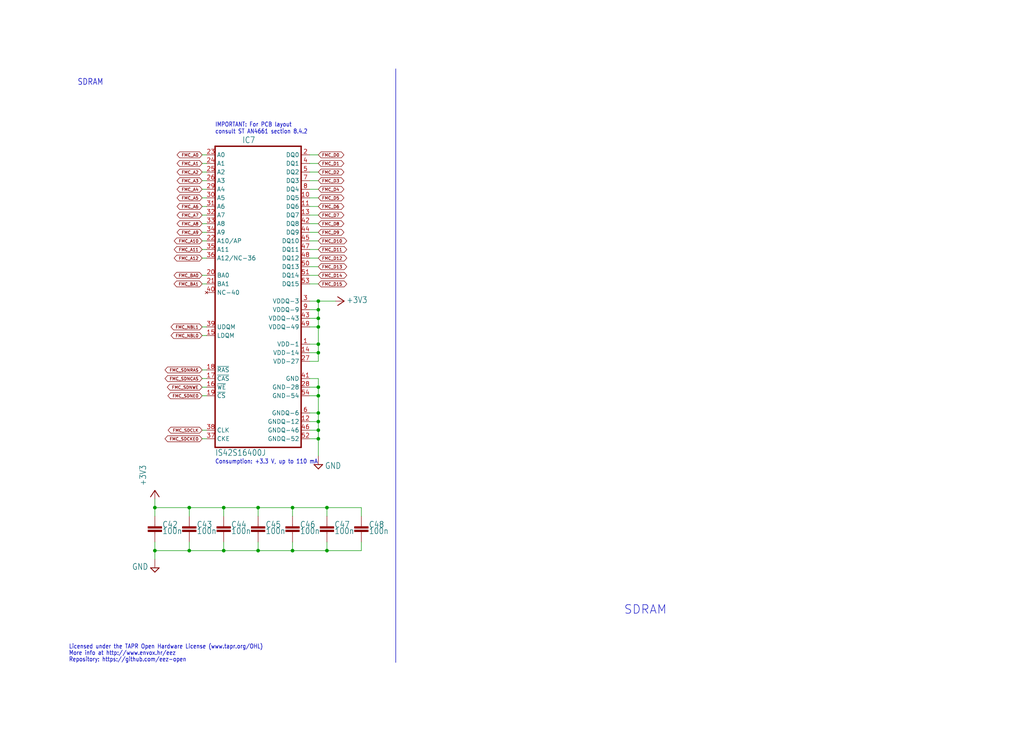
<source format=kicad_sch>
(kicad_sch (version 20230121) (generator eeschema)
  (paper "User" 302.311 218.491)
  (lib_symbols
    (symbol "EEZ_DIB_MCU_r3B4-eagle-import:+3V3" (power)
      (property "Value" "+3V3" (at -2.54 -5.08 90))
      (symbol "+3V3_1_0"
        (polyline (pts (xy 0 0) (xy -1.27 -1.905)) (stroke (width 0.254)))
        (polyline (pts (xy 1.27 -1.905) (xy 0 0)) (stroke (width 0.254)))
        (pin power_in line (at 0 -2.54 90) (length 2.54) (name "+3V3") (number "1"))
      )
    )
    (symbol "EEZ_DIB_MCU_r3B4-eagle-import:C-EUC0603"
      (property "Reference" "C" (at 1.524 0.381 0))
      (property "Value" "C-EUC0603" (at 1.524 -4.699 0))
      (symbol "C-EUC0603_1_0"
        (rectangle (start -2.032 -2.032) (end 2.032 -1.524) (fill (type outline)))
        (rectangle (start -2.032 -1.016) (end 2.032 -0.508) (fill (type outline)))
        (polyline (pts (xy 0 -2.54) (xy 0 -2.032)) (stroke (width 0.1524)))
        (polyline (pts (xy 0 0) (xy 0 -0.508)) (stroke (width 0.1524)))
        (pin passive line (at 0 2.54 270) (length 2.54) (name "1") (number "1"))
        (pin passive line (at 0 -5.08 90) (length 2.54) (name "2") (number "2"))
      )
    )
    (symbol "EEZ_DIB_MCU_r3B4-eagle-import:GND" (power)
      (property "Value" "GND" (at -1.905 -3.175 0))
      (symbol "GND_1_0"
        (polyline (pts (xy -1.27 0) (xy 1.27 0)) (stroke (width 0.254)))
        (polyline (pts (xy 0 -1.27) (xy -1.27 0)) (stroke (width 0.254)))
        (polyline (pts (xy 1.27 0) (xy 0 -1.27)) (stroke (width 0.254)))
        (pin power_in line (at 0 2.54 270) (length 2.54) (name "GND") (number "1"))
      )
    )
    (symbol "EEZ_DIB_MCU_r3B4-eagle-import:IS42S16400"
      (property "Reference" "IC" (at -4.7244 44.0436 0))
      (property "Value" "IS42S16400" (at -5.3594 -48.6664 0))
      (symbol "IS42S16400_1_0"
        (polyline (pts (xy -12.7 -45.72) (xy 12.7 -45.72)) (stroke (width 0.4064)))
        (polyline (pts (xy -12.7 43.18) (xy -12.7 -45.72)) (stroke (width 0.4064)))
        (polyline (pts (xy 12.7 -45.72) (xy 12.7 43.18)) (stroke (width 0.4064)))
        (polyline (pts (xy 12.7 43.18) (xy -12.7 43.18)) (stroke (width 0.4064)))
        (pin power_in line (at 15.24 -15.24 180) (length 2.54) (name "VDD-1") (number "1"))
        (pin bidirectional line (at 15.24 27.94 180) (length 2.54) (name "DQ5") (number "10"))
        (pin bidirectional line (at 15.24 25.4 180) (length 2.54) (name "DQ6") (number "11"))
        (pin power_in line (at 15.24 -38.1 180) (length 2.54) (name "GNDQ-12") (number "12"))
        (pin bidirectional line (at 15.24 22.86 180) (length 2.54) (name "DQ7") (number "13"))
        (pin power_in line (at 15.24 -17.78 180) (length 2.54) (name "VDD-14") (number "14"))
        (pin input line (at -15.24 -12.7 0) (length 2.54) (name "LDQM") (number "15"))
        (pin input line (at -15.24 -27.94 0) (length 2.54) (name "~{WE}") (number "16"))
        (pin input line (at -15.24 -25.4 0) (length 2.54) (name "~{CAS}") (number "17"))
        (pin input line (at -15.24 -22.86 0) (length 2.54) (name "~{RAS}") (number "18"))
        (pin input line (at -15.24 -30.48 0) (length 2.54) (name "~{CS}") (number "19"))
        (pin bidirectional line (at 15.24 40.64 180) (length 2.54) (name "DQ0") (number "2"))
        (pin input line (at -15.24 5.08 0) (length 2.54) (name "BA0") (number "20"))
        (pin input line (at -15.24 2.54 0) (length 2.54) (name "BA1") (number "21"))
        (pin input line (at -15.24 15.24 0) (length 2.54) (name "A10/AP") (number "22"))
        (pin input line (at -15.24 40.64 0) (length 2.54) (name "A0") (number "23"))
        (pin input line (at -15.24 38.1 0) (length 2.54) (name "A1") (number "24"))
        (pin input line (at -15.24 35.56 0) (length 2.54) (name "A2") (number "25"))
        (pin input line (at -15.24 33.02 0) (length 2.54) (name "A3") (number "26"))
        (pin power_in line (at 15.24 -20.32 180) (length 2.54) (name "VDD-27") (number "27"))
        (pin power_in line (at 15.24 -27.94 180) (length 2.54) (name "GND-28") (number "28"))
        (pin input line (at -15.24 30.48 0) (length 2.54) (name "A4") (number "29"))
        (pin power_in line (at 15.24 -2.54 180) (length 2.54) (name "VDDQ-3") (number "3"))
        (pin input line (at -15.24 27.94 0) (length 2.54) (name "A5") (number "30"))
        (pin input line (at -15.24 25.4 0) (length 2.54) (name "A6") (number "31"))
        (pin input line (at -15.24 22.86 0) (length 2.54) (name "A7") (number "32"))
        (pin input line (at -15.24 20.32 0) (length 2.54) (name "A8") (number "33"))
        (pin input line (at -15.24 17.78 0) (length 2.54) (name "A9") (number "34"))
        (pin input line (at -15.24 12.7 0) (length 2.54) (name "A11") (number "35"))
        (pin passive line (at -15.24 10.16 0) (length 2.54) (name "A12/NC-36") (number "36"))
        (pin input line (at -15.24 -43.18 0) (length 2.54) (name "CKE") (number "37"))
        (pin input line (at -15.24 -40.64 0) (length 2.54) (name "CLK") (number "38"))
        (pin input line (at -15.24 -10.16 0) (length 2.54) (name "UDQM") (number "39"))
        (pin bidirectional line (at 15.24 38.1 180) (length 2.54) (name "DQ1") (number "4"))
        (pin no_connect line (at -15.24 0 0) (length 2.54) (name "NC-40") (number "40"))
        (pin power_in line (at 15.24 -25.4 180) (length 2.54) (name "GND") (number "41"))
        (pin bidirectional line (at 15.24 20.32 180) (length 2.54) (name "DQ8") (number "42"))
        (pin power_in line (at 15.24 -7.62 180) (length 2.54) (name "VDDQ-43") (number "43"))
        (pin bidirectional line (at 15.24 17.78 180) (length 2.54) (name "DQ9") (number "44"))
        (pin bidirectional line (at 15.24 15.24 180) (length 2.54) (name "DQ10") (number "45"))
        (pin power_in line (at 15.24 -40.64 180) (length 2.54) (name "GNDQ-46") (number "46"))
        (pin bidirectional line (at 15.24 12.7 180) (length 2.54) (name "DQ11") (number "47"))
        (pin bidirectional line (at 15.24 10.16 180) (length 2.54) (name "DQ12") (number "48"))
        (pin power_in line (at 15.24 -10.16 180) (length 2.54) (name "VDDQ-49") (number "49"))
        (pin bidirectional line (at 15.24 35.56 180) (length 2.54) (name "DQ2") (number "5"))
        (pin bidirectional line (at 15.24 7.62 180) (length 2.54) (name "DQ13") (number "50"))
        (pin bidirectional line (at 15.24 5.08 180) (length 2.54) (name "DQ14") (number "51"))
        (pin power_in line (at 15.24 -43.18 180) (length 2.54) (name "GNDQ-52") (number "52"))
        (pin bidirectional line (at 15.24 2.54 180) (length 2.54) (name "DQ15") (number "53"))
        (pin power_in line (at 15.24 -30.48 180) (length 2.54) (name "GND-54") (number "54"))
        (pin power_in line (at 15.24 -35.56 180) (length 2.54) (name "GNDQ-6") (number "6"))
        (pin bidirectional line (at 15.24 33.02 180) (length 2.54) (name "DQ3") (number "7"))
        (pin bidirectional line (at 15.24 30.48 180) (length 2.54) (name "DQ4") (number "8"))
        (pin power_in line (at 15.24 -5.08 180) (length 2.54) (name "VDDQ-9") (number "9"))
      )
    )
  )
  (junction (at 93.98 91.44))
  (junction (at 93.98 129.54))
  (junction (at 66.04 149.86))
  (junction (at 93.98 96.52))
  (junction (at 86.36 162.56))
  (junction (at 93.98 127))
  (junction (at 96.52 162.56))
  (junction (at 76.2 162.56))
  (junction (at 93.98 88.9))
  (junction (at 55.88 149.86))
  (junction (at 93.98 114.3))
  (junction (at 93.98 116.84))
  (junction (at 55.88 162.56))
  (junction (at 93.98 93.98))
  (junction (at 93.98 101.6))
  (junction (at 93.98 104.14))
  (junction (at 93.98 121.92))
  (junction (at 96.52 149.86))
  (junction (at 66.04 162.56))
  (junction (at 93.98 124.46))
  (junction (at 86.36 149.86))
  (junction (at 45.72 162.56))
  (junction (at 76.2 149.86))
  (junction (at 45.72 149.86))
  (wire (pts (xy 93.98 129.54) (xy 91.44 129.54)))
  (wire (pts (xy 91.44 73.66) (xy 93.98 73.66)))
  (wire (pts (xy 60.96 129.54) (xy 59.69 129.54)))
  (wire (pts (xy 91.44 111.76) (xy 93.98 111.76)))
  (wire (pts (xy 55.88 162.56) (xy 66.04 162.56)))
  (wire (pts (xy 60.96 109.22) (xy 59.69 109.22)))
  (wire (pts (xy 91.44 60.96) (xy 93.98 60.96)))
  (wire (pts (xy 91.44 50.8) (xy 93.98 50.8)))
  (wire (pts (xy 93.98 93.98) (xy 93.98 96.52)))
  (wire (pts (xy 96.52 149.86) (xy 96.52 152.4)))
  (wire (pts (xy 60.96 81.28) (xy 59.69 81.28)))
  (wire (pts (xy 60.96 99.06) (xy 59.69 99.06)))
  (wire (pts (xy 76.2 162.56) (xy 76.2 160.02)))
  (wire (pts (xy 91.44 53.34) (xy 93.98 53.34)))
  (wire (pts (xy 45.72 149.86) (xy 55.88 149.86)))
  (wire (pts (xy 91.44 116.84) (xy 93.98 116.84)))
  (wire (pts (xy 76.2 152.4) (xy 76.2 149.86)))
  (wire (pts (xy 59.69 76.2) (xy 60.96 76.2)))
  (wire (pts (xy 106.68 162.56) (xy 106.68 160.02)))
  (wire (pts (xy 91.44 114.3) (xy 93.98 114.3)))
  (wire (pts (xy 91.44 81.28) (xy 93.98 81.28)))
  (wire (pts (xy 91.44 93.98) (xy 93.98 93.98)))
  (wire (pts (xy 93.98 101.6) (xy 93.98 104.14)))
  (polyline (pts (xy 116.84 83.82) (xy 116.84 127)))
  (wire (pts (xy 76.2 149.86) (xy 86.36 149.86)))
  (wire (pts (xy 93.98 124.46) (xy 93.98 127)))
  (wire (pts (xy 60.96 96.52) (xy 59.69 96.52)))
  (wire (pts (xy 86.36 152.4) (xy 86.36 149.86)))
  (wire (pts (xy 91.44 121.92) (xy 93.98 121.92)))
  (wire (pts (xy 93.98 88.9) (xy 93.98 91.44)))
  (wire (pts (xy 96.52 162.56) (xy 96.52 160.02)))
  (wire (pts (xy 91.44 55.88) (xy 93.98 55.88)))
  (wire (pts (xy 59.69 58.42) (xy 60.96 58.42)))
  (wire (pts (xy 59.69 71.12) (xy 60.96 71.12)))
  (wire (pts (xy 91.44 127) (xy 93.98 127)))
  (wire (pts (xy 55.88 149.86) (xy 66.04 149.86)))
  (wire (pts (xy 86.36 149.86) (xy 96.52 149.86)))
  (wire (pts (xy 91.44 63.5) (xy 93.98 63.5)))
  (wire (pts (xy 45.72 149.86) (xy 45.72 147.32)))
  (wire (pts (xy 93.98 96.52) (xy 93.98 101.6)))
  (wire (pts (xy 66.04 162.56) (xy 66.04 160.02)))
  (wire (pts (xy 59.69 68.58) (xy 60.96 68.58)))
  (wire (pts (xy 93.98 116.84) (xy 93.98 121.92)))
  (wire (pts (xy 93.98 88.9) (xy 99.06 88.9)))
  (wire (pts (xy 96.52 149.86) (xy 106.68 149.86)))
  (wire (pts (xy 91.44 104.14) (xy 93.98 104.14)))
  (wire (pts (xy 93.98 104.14) (xy 93.98 106.68)))
  (wire (pts (xy 66.04 152.4) (xy 66.04 149.86)))
  (wire (pts (xy 86.36 162.56) (xy 96.52 162.56)))
  (wire (pts (xy 91.44 48.26) (xy 93.98 48.26)))
  (wire (pts (xy 60.96 116.84) (xy 59.69 116.84)))
  (wire (pts (xy 93.98 114.3) (xy 93.98 116.84)))
  (wire (pts (xy 93.98 127) (xy 93.98 129.54)))
  (wire (pts (xy 106.68 149.86) (xy 106.68 152.4)))
  (wire (pts (xy 60.96 83.82) (xy 59.69 83.82)))
  (wire (pts (xy 55.88 162.56) (xy 55.88 160.02)))
  (wire (pts (xy 93.98 134.62) (xy 93.98 129.54)))
  (wire (pts (xy 91.44 124.46) (xy 93.98 124.46)))
  (wire (pts (xy 86.36 162.56) (xy 86.36 160.02)))
  (wire (pts (xy 55.88 152.4) (xy 55.88 149.86)))
  (wire (pts (xy 91.44 76.2) (xy 93.98 76.2)))
  (wire (pts (xy 59.69 45.72) (xy 60.96 45.72)))
  (wire (pts (xy 91.44 91.44) (xy 93.98 91.44)))
  (wire (pts (xy 45.72 165.1) (xy 45.72 162.56)))
  (wire (pts (xy 45.72 152.4) (xy 45.72 149.86)))
  (wire (pts (xy 91.44 68.58) (xy 93.98 68.58)))
  (wire (pts (xy 60.96 114.3) (xy 59.69 114.3)))
  (wire (pts (xy 59.69 48.26) (xy 60.96 48.26)))
  (wire (pts (xy 66.04 149.86) (xy 76.2 149.86)))
  (wire (pts (xy 59.69 53.34) (xy 60.96 53.34)))
  (wire (pts (xy 59.69 50.8) (xy 60.96 50.8)))
  (wire (pts (xy 59.69 63.5) (xy 60.96 63.5)))
  (wire (pts (xy 91.44 78.74) (xy 93.98 78.74)))
  (wire (pts (xy 60.96 111.76) (xy 59.69 111.76)))
  (wire (pts (xy 66.04 162.56) (xy 76.2 162.56)))
  (wire (pts (xy 93.98 121.92) (xy 93.98 124.46)))
  (wire (pts (xy 59.69 73.66) (xy 60.96 73.66)))
  (wire (pts (xy 91.44 58.42) (xy 93.98 58.42)))
  (wire (pts (xy 45.72 162.56) (xy 45.72 160.02)))
  (wire (pts (xy 60.96 127) (xy 59.69 127)))
  (wire (pts (xy 91.44 71.12) (xy 93.98 71.12)))
  (wire (pts (xy 91.44 45.72) (xy 93.98 45.72)))
  (wire (pts (xy 59.69 60.96) (xy 60.96 60.96)))
  (wire (pts (xy 91.44 83.82) (xy 93.98 83.82)))
  (wire (pts (xy 91.44 96.52) (xy 93.98 96.52)))
  (wire (pts (xy 91.44 88.9) (xy 93.98 88.9)))
  (polyline (pts (xy 116.84 20.32) (xy 116.84 83.82)))
  (wire (pts (xy 45.72 162.56) (xy 55.88 162.56)))
  (polyline (pts (xy 116.84 127) (xy 116.84 195.58)))
  (wire (pts (xy 93.98 91.44) (xy 93.98 93.98)))
  (wire (pts (xy 93.98 111.76) (xy 93.98 114.3)))
  (wire (pts (xy 96.52 162.56) (xy 106.68 162.56)))
  (wire (pts (xy 59.69 55.88) (xy 60.96 55.88)))
  (wire (pts (xy 93.98 106.68) (xy 91.44 106.68)))
  (wire (pts (xy 91.44 66.04) (xy 93.98 66.04)))
  (wire (pts (xy 59.69 66.04) (xy 60.96 66.04)))
  (wire (pts (xy 76.2 162.56) (xy 86.36 162.56)))
  (wire (pts (xy 91.44 101.6) (xy 93.98 101.6)))
  (text "More info at http://www.envox.hr/eez" (at 20.32 193.675 0) (effects (font (size 1.27 1.0795)) (justify left bottom)))
  (text "SDRAM" (at 184.15 181.61 0) (effects (font (size 2.54 2.54)) (justify left bottom)))
  (text "Licensed under the TAPR Open Hardware License (www.tapr.org/OHL)" (at 20.32 191.77 0) (effects (font (size 1.27 1.0795)) (justify left bottom)))
  (text "Repository: https://github.com/eez-open" (at 20.32 195.58 0) (effects (font (size 1.27 1.0795)) (justify left bottom)))
  (text "IMPORTANT: For PCB layout\nconsult ST AN4661 section 8.4.2" (at 63.5 36.195 0) (effects (font (size 1.27 1.0795)) (justify left top)))
  (text "Consumption: +3.3 V, up to 110 mA" (at 63.5 137.16 0) (effects (font (size 1.27 1.0795)) (justify left bottom)))
  (text "SDRAM" (at 22.86 25.4 0) (effects (font (size 1.778 1.5113)) (justify left bottom)))
  (global_label "FMC_BA1" (shape bidirectional) (at 59.69 83.82 180) (effects (font (size 0.889 0.889))) (property "Intersheetrefs" "${INTERSHEET_REFS}" (effects hide)))
  (global_label "FMC_D15" (shape bidirectional) (at 93.98 83.82 0) (effects (font (size 0.889 0.889))) (property "Intersheetrefs" "${INTERSHEET_REFS}" (effects hide)))
  (global_label "FMC_A6" (shape bidirectional) (at 59.69 60.96 180) (effects (font (size 0.889 0.889))) (property "Intersheetrefs" "${INTERSHEET_REFS}" (effects hide)))
  (global_label "FMC_A0" (shape bidirectional) (at 59.69 45.72 180) (effects (font (size 0.889 0.889))) (property "Intersheetrefs" "${INTERSHEET_REFS}" (effects hide)))
  (global_label "FMC_D3" (shape bidirectional) (at 93.98 53.34 0) (effects (font (size 0.889 0.889))) (property "Intersheetrefs" "${INTERSHEET_REFS}" (effects hide)))
  (global_label "FMC_A12" (shape bidirectional) (at 59.69 76.2 180) (effects (font (size 0.889 0.889))) (property "Intersheetrefs" "${INTERSHEET_REFS}" (effects hide)))
  (global_label "FMC_A4" (shape bidirectional) (at 59.69 55.88 180) (effects (font (size 0.889 0.889))) (property "Intersheetrefs" "${INTERSHEET_REFS}" (effects hide)))
  (global_label "FMC_SDCKE0" (shape bidirectional) (at 59.69 129.54 180) (effects (font (size 0.889 0.889))) (property "Intersheetrefs" "${INTERSHEET_REFS}" (effects hide)))
  (global_label "FMC_A8" (shape bidirectional) (at 59.69 66.04 180) (effects (font (size 0.889 0.889))) (property "Intersheetrefs" "${INTERSHEET_REFS}" (effects hide)))
  (global_label "FMC_BA0" (shape bidirectional) (at 59.69 81.28 180) (effects (font (size 0.889 0.889))) (property "Intersheetrefs" "${INTERSHEET_REFS}" (effects hide)))
  (global_label "FMC_D13" (shape bidirectional) (at 93.98 78.74 0) (effects (font (size 0.889 0.889))) (property "Intersheetrefs" "${INTERSHEET_REFS}" (effects hide)))
  (global_label "FMC_NBL1" (shape bidirectional) (at 59.69 96.52 180) (effects (font (size 0.889 0.889))) (property "Intersheetrefs" "${INTERSHEET_REFS}" (effects hide)))
  (global_label "FMC_NBL0" (shape bidirectional) (at 59.69 99.06 180) (effects (font (size 0.889 0.889))) (property "Intersheetrefs" "${INTERSHEET_REFS}" (effects hide)))
  (global_label "FMC_A5" (shape bidirectional) (at 59.69 58.42 180) (effects (font (size 0.889 0.889))) (property "Intersheetrefs" "${INTERSHEET_REFS}" (effects hide)))
  (global_label "FMC_A1" (shape bidirectional) (at 59.69 48.26 180) (effects (font (size 0.889 0.889))) (property "Intersheetrefs" "${INTERSHEET_REFS}" (effects hide)))
  (global_label "FMC_D9" (shape bidirectional) (at 93.98 68.58 0) (effects (font (size 0.889 0.889))) (property "Intersheetrefs" "${INTERSHEET_REFS}" (effects hide)))
  (global_label "FMC_SDNE0" (shape bidirectional) (at 59.69 116.84 180) (effects (font (size 0.889 0.889))) (property "Intersheetrefs" "${INTERSHEET_REFS}" (effects hide)))
  (global_label "FMC_D5" (shape bidirectional) (at 93.98 58.42 0) (effects (font (size 0.889 0.889))) (property "Intersheetrefs" "${INTERSHEET_REFS}" (effects hide)))
  (global_label "FMC_A7" (shape bidirectional) (at 59.69 63.5 180) (effects (font (size 0.889 0.889))) (property "Intersheetrefs" "${INTERSHEET_REFS}" (effects hide)))
  (global_label "FMC_SDNWE" (shape bidirectional) (at 59.69 114.3 180) (effects (font (size 0.889 0.889))) (property "Intersheetrefs" "${INTERSHEET_REFS}" (effects hide)))
  (global_label "FMC_SDNCAS" (shape bidirectional) (at 59.69 111.76 180) (effects (font (size 0.889 0.889))) (property "Intersheetrefs" "${INTERSHEET_REFS}" (effects hide)))
  (global_label "FMC_D14" (shape bidirectional) (at 93.98 81.28 0) (effects (font (size 0.889 0.889))) (property "Intersheetrefs" "${INTERSHEET_REFS}" (effects hide)))
  (global_label "FMC_A10" (shape bidirectional) (at 59.69 71.12 180) (effects (font (size 0.889 0.889))) (property "Intersheetrefs" "${INTERSHEET_REFS}" (effects hide)))
  (global_label "FMC_D4" (shape bidirectional) (at 93.98 55.88 0) (effects (font (size 0.889 0.889))) (property "Intersheetrefs" "${INTERSHEET_REFS}" (effects hide)))
  (global_label "FMC_A11" (shape bidirectional) (at 59.69 73.66 180) (effects (font (size 0.889 0.889))) (property "Intersheetrefs" "${INTERSHEET_REFS}" (effects hide)))
  (global_label "FMC_D11" (shape bidirectional) (at 93.98 73.66 0) (effects (font (size 0.889 0.889))) (property "Intersheetrefs" "${INTERSHEET_REFS}" (effects hide)))
  (global_label "FMC_A3" (shape bidirectional) (at 59.69 53.34 180) (effects (font (size 0.889 0.889))) (property "Intersheetrefs" "${INTERSHEET_REFS}" (effects hide)))
  (global_label "FMC_SDNRAS" (shape bidirectional) (at 59.69 109.22 180) (effects (font (size 0.889 0.889))) (property "Intersheetrefs" "${INTERSHEET_REFS}" (effects hide)))
  (global_label "FMC_D1" (shape bidirectional) (at 93.98 48.26 0) (effects (font (size 0.889 0.889))) (property "Intersheetrefs" "${INTERSHEET_REFS}" (effects hide)))
  (global_label "FMC_D8" (shape bidirectional) (at 93.98 66.04 0) (effects (font (size 0.889 0.889))) (property "Intersheetrefs" "${INTERSHEET_REFS}" (effects hide)))
  (global_label "FMC_A2" (shape bidirectional) (at 59.69 50.8 180) (effects (font (size 0.889 0.889))) (property "Intersheetrefs" "${INTERSHEET_REFS}" (effects hide)))
  (global_label "FMC_SDCLK" (shape bidirectional) (at 59.69 127 180) (effects (font (size 0.889 0.889))) (property "Intersheetrefs" "${INTERSHEET_REFS}" (effects hide)))
  (global_label "FMC_D7" (shape bidirectional) (at 93.98 63.5 0) (effects (font (size 0.889 0.889))) (property "Intersheetrefs" "${INTERSHEET_REFS}" (effects hide)))
  (global_label "FMC_D6" (shape bidirectional) (at 93.98 60.96 0) (effects (font (size 0.889 0.889))) (property "Intersheetrefs" "${INTERSHEET_REFS}" (effects hide)))
  (global_label "FMC_A9" (shape bidirectional) (at 59.69 68.58 180) (effects (font (size 0.889 0.889))) (property "Intersheetrefs" "${INTERSHEET_REFS}" (effects hide)))
  (global_label "FMC_D10" (shape bidirectional) (at 93.98 71.12 0) (effects (font (size 0.889 0.889))) (property "Intersheetrefs" "${INTERSHEET_REFS}" (effects hide)))
  (global_label "FMC_D0" (shape bidirectional) (at 93.98 45.72 0) (effects (font (size 0.889 0.889))) (property "Intersheetrefs" "${INTERSHEET_REFS}" (effects hide)))
  (global_label "FMC_D2" (shape bidirectional) (at 93.98 50.8 0) (effects (font (size 0.889 0.889))) (property "Intersheetrefs" "${INTERSHEET_REFS}" (effects hide)))
  (global_label "FMC_D12" (shape bidirectional) (at 93.98 76.2 0) (effects (font (size 0.889 0.889))) (property "Intersheetrefs" "${INTERSHEET_REFS}" (effects hide)))
  (symbol (lib_id "EEZ_DIB_MCU_r3B4-eagle-import:+3V3") (at 101.6 88.9 270) (unit 1)
    (property "Reference" "#+3V0317" (effects hide))
    (property "Value" "+3V3" (at 102.235 89.535 90) (effects (font (size 1.778 1.5113)) (justify left bottom)))
    (property "Footprint" "EEZ_DIB_MCU_r3B4:" (effects hide))
  )
  (symbol (lib_id "EEZ_DIB_MCU_r3B4-eagle-import:GND") (at 93.98 137.16 0) (mirror y) (unit 1)
    (property "Reference" "#SUPPLY042" (effects hide))
    (property "Value" "GND" (at 95.885 136.525 0) (effects (font (size 1.778 1.5113)) (justify right top)))
    (property "Footprint" "EEZ_DIB_MCU_r3B4:" (effects hide))
  )
  (symbol (lib_id "EEZ_DIB_MCU_r3B4-eagle-import:GND") (at 45.72 167.64 0) (mirror y) (unit 1)
    (property "Reference" "#SUPPLY045" (effects hide))
    (property "Value" "GND" (at 43.815 168.275 0) (effects (font (size 1.778 1.5113)) (justify left bottom)))
    (property "Footprint" "EEZ_DIB_MCU_r3B4:" (effects hide))
  )
  (symbol (lib_id "EEZ_DIB_MCU_r3B4-eagle-import:C-EUC0603") (at 96.52 154.94 0) (unit 1)
    (property "Reference" "C47" (at 98.679 155.829 0) (effects (font (size 1.778 1.5113)) (justify left bottom)))
    (property "Value" "100n" (at 98.679 157.734 0) (effects (font (size 1.778 1.5113)) (justify left bottom)))
    (property "Footprint" "EEZ_DIB_MCU_r3B4:C0603" (effects hide))
  )
  (symbol (lib_id "EEZ_DIB_MCU_r3B4-eagle-import:C-EUC0603") (at 45.72 154.94 0) (unit 1)
    (property "Reference" "C42" (at 47.879 155.829 0) (effects (font (size 1.778 1.5113)) (justify left bottom)))
    (property "Value" "100n" (at 47.879 157.734 0) (effects (font (size 1.778 1.5113)) (justify left bottom)))
    (property "Footprint" "EEZ_DIB_MCU_r3B4:C0603" (effects hide))
  )
  (symbol (lib_id "EEZ_DIB_MCU_r3B4-eagle-import:+3V3") (at 45.72 144.78 0) (unit 1)
    (property "Reference" "#+3V0321" (effects hide))
    (property "Value" "+3V3" (at 43.18 143.51 90) (effects (font (size 1.778 1.5113)) (justify left bottom)))
    (property "Footprint" "EEZ_DIB_MCU_r3B4:" (effects hide))
  )
  (symbol (lib_id "EEZ_DIB_MCU_r3B4-eagle-import:C-EUC0603") (at 106.68 154.94 0) (unit 1)
    (property "Reference" "C48" (at 108.839 155.829 0) (effects (font (size 1.778 1.5113)) (justify left bottom)))
    (property "Value" "100n" (at 108.839 157.734 0) (effects (font (size 1.778 1.5113)) (justify left bottom)))
    (property "Footprint" "EEZ_DIB_MCU_r3B4:C0603" (effects hide))
  )
  (symbol (lib_id "EEZ_DIB_MCU_r3B4-eagle-import:C-EUC0603") (at 55.88 154.94 0) (unit 1)
    (property "Reference" "C43" (at 58.039 155.829 0) (effects (font (size 1.778 1.5113)) (justify left bottom)))
    (property "Value" "100n" (at 58.039 157.734 0) (effects (font (size 1.778 1.5113)) (justify left bottom)))
    (property "Footprint" "EEZ_DIB_MCU_r3B4:C0603" (effects hide))
  )
  (symbol (lib_id "EEZ_DIB_MCU_r3B4-eagle-import:C-EUC0603") (at 76.2 154.94 0) (unit 1)
    (property "Reference" "C45" (at 78.359 155.829 0) (effects (font (size 1.778 1.5113)) (justify left bottom)))
    (property "Value" "100n" (at 78.359 157.734 0) (effects (font (size 1.778 1.5113)) (justify left bottom)))
    (property "Footprint" "EEZ_DIB_MCU_r3B4:C0603" (effects hide))
  )
  (symbol (lib_id "EEZ_DIB_MCU_r3B4-eagle-import:C-EUC0603") (at 86.36 154.94 0) (unit 1)
    (property "Reference" "C46" (at 88.519 155.829 0) (effects (font (size 1.778 1.5113)) (justify left bottom)))
    (property "Value" "100n" (at 88.519 157.734 0) (effects (font (size 1.778 1.5113)) (justify left bottom)))
    (property "Footprint" "EEZ_DIB_MCU_r3B4:C0603" (effects hide))
  )
  (symbol (lib_id "EEZ_DIB_MCU_r3B4-eagle-import:IS42S16400") (at 76.2 86.36 0) (unit 1)
    (property "Reference" "IC7" (at 71.4756 42.3164 0) (effects (font (size 1.778 1.5113)) (justify left bottom)))
    (property "Value" "IS42S16400J" (at 63.5 134.62 0) (effects (font (size 1.778 1.5113)) (justify left bottom)))
    (property "Footprint" "EEZ_DIB_MCU_r3B4:TSOPII-54" (effects hide))
  )
  (symbol (lib_id "EEZ_DIB_MCU_r3B4-eagle-import:C-EUC0603") (at 66.04 154.94 0) (unit 1)
    (property "Reference" "C44" (at 68.199 155.829 0) (effects (font (size 1.778 1.5113)) (justify left bottom)))
    (property "Value" "100n" (at 68.199 157.734 0) (effects (font (size 1.778 1.5113)) (justify left bottom)))
    (property "Footprint" "EEZ_DIB_MCU_r3B4:C0603" (effects hide))
  )
)
</source>
